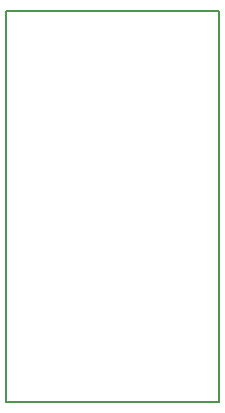
<source format=gbr>
%TF.GenerationSoftware,KiCad,Pcbnew,(5.1.8)-1*%
%TF.CreationDate,2021-01-01T16:30:17+07:00*%
%TF.ProjectId,ArduinoMicroC,41726475-696e-46f4-9d69-63726f432e6b,rev?*%
%TF.SameCoordinates,Original*%
%TF.FileFunction,Profile,NP*%
%FSLAX46Y46*%
G04 Gerber Fmt 4.6, Leading zero omitted, Abs format (unit mm)*
G04 Created by KiCad (PCBNEW (5.1.8)-1) date 2021-01-01 16:30:17*
%MOMM*%
%LPD*%
G01*
G04 APERTURE LIST*
%TA.AperFunction,Profile*%
%ADD10C,0.150000*%
%TD*%
G04 APERTURE END LIST*
D10*
X132283200Y-106029760D02*
X132283200Y-72898000D01*
X150266400Y-72898000D02*
X150266400Y-106019600D01*
X150266400Y-106019600D02*
X132283200Y-106029760D01*
X132283200Y-72898000D02*
X150266400Y-72898000D01*
M02*

</source>
